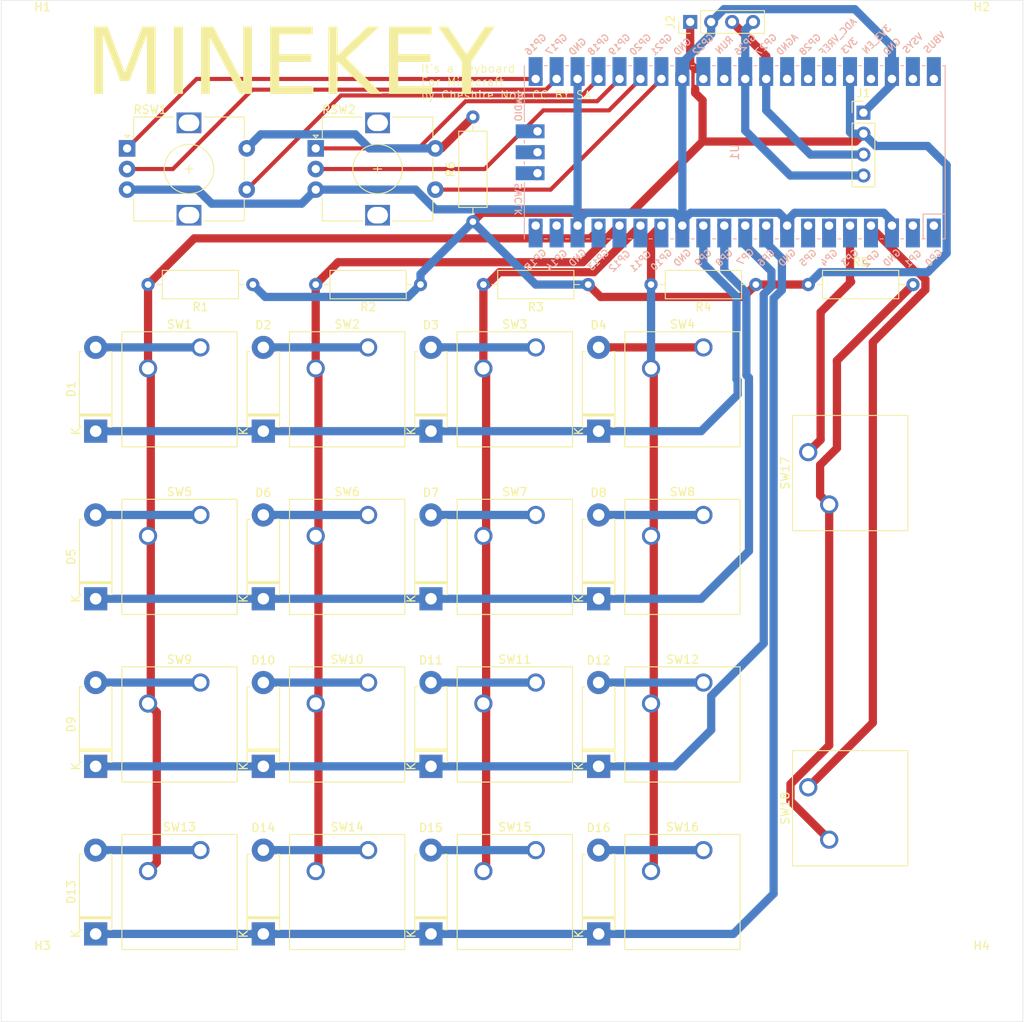
<source format=kicad_pcb>
(kicad_pcb (version 20241229) (generator "pcbnew") (generator_version "9.0")
  (layers (0 "F.Cu" signal) (2 "B.Cu" signal) (13 "F.Paste" user) (15 "B.Paste" user) (5 "F.SilkS" user "F.Silkscreen") (7 "B.SilkS" user "B.Silkscreen") (1 "F.Mask" user) (3 "B.Mask" user) (25 "Edge.Cuts" user))
  (net 0 "")
  (net 1 "Net-(D1-A)")
  (net 2 "ROW1")
  (net 3 "Net-(D2-A)")
  (net 4 "Net-(D3-A)")
  (net 5 "Net-(D4-A)")
  (net 6 "ROW2")
  (net 7 "Net-(D5-A)")
  (net 8 "Net-(D6-A)")
  (net 9 "Net-(D7-A)")
  (net 10 "Net-(D8-A)")
  (net 11 "ROW3")
  (net 12 "Net-(D9-A)")
  (net 13 "Net-(D10-A)")
  (net 14 "Net-(D11-A)")
  (net 15 "Net-(D12-A)")
  (net 16 "ROW4")
  (net 17 "Net-(D13-A)")
  (net 18 "Net-(D14-A)")
  (net 19 "Net-(D15-A)")
  (net 20 "Net-(D16-A)")
  (net 21 "+3V3")
  (net 22 "SDA")
  (net 23 "SCL")
  (net 24 "GND")
  (net 25 "COL1")
  (net 26 "COL2")
  (net 27 "COL3")
  (net 28 "COL4")
  (net 29 "Net-(R5-Pad2)")
  (net 30 "Net-(R6-Pad2)")
  (net 31 "DT1")
  (net 32 "CLK1")
  (net 33 "RSwitch1")
  (net 36 "CLK2")
  (net 37 "RSwitch2")
  (net 39 "DT2")
  (net 41 "META")
  (net 42 "SUPER")
  (footprint "Connector_PinHeader_2.54mm:PinHeader_1x04_P2.54mm_Vertical" (layer "F.Cu") (at 147 35 90)
    (property "Reference" "J2")
    (property "Value" "OLED")
  )
  (footprint "Diode_THT:D_5W_P10.16mm_Horizontal" (layer "F.Cu") (at 115.585 104.94 90)
    (property "Reference" "D7")
    (property "Value" "1N4148")
  )
  (footprint "Diode_THT:D_5W_P10.16mm_Horizontal" (layer "F.Cu") (at 135.905 145.58 90)
    (property "Reference" "D16")
    (property "Value" "1N4148")
  )
  (footprint "Button_Switch_Keyboard:SW_Cherry_MX_1.00u_PCB" (layer "F.Cu") (at 107.965 115.1)
    (property "Reference" "SW10")
    (property "Value" "Push_Button")
  )
  (footprint "Diode_THT:D_5W_P10.16mm_Horizontal" (layer "F.Cu") (at 95.265 84.62 90)
    (property "Reference" "D2")
    (property "Value" "1N4148")
  )
  (footprint "Diode_THT:D_5W_P10.16mm_Horizontal" (layer "F.Cu") (at 115.585 84.62 90)
    (property "Reference" "D3")
    (property "Value" "1N4148")
  )
  (footprint "MountingHole:MountingHole_3.2mm_M3" (layer "F.Cu") (at 182.325 151.21)
    (property "Reference" "H4")
    (property "Value" "MountingHole")
  )
  (footprint "MountingHole:MountingHole_3.2mm_M3" (layer "F.Cu") (at 68.5 151.21)
    (property "Reference" "H3")
    (property "Value" "MountingHole")
  )
  (footprint "Button_Switch_Keyboard:SW_Cherry_MX_1.00u_PCB" (layer "F.Cu") (at 107.965 135.42)
    (property "Reference" "SW14")
    (property "Value" "Push_Button")
  )
  (footprint "Button_Switch_Keyboard:SW_Cherry_MX_2.00u_PCB" (layer "F.Cu") (at 161.305 87.16 90)
    (property "Reference" "SW17")
    (property "Value" "Push_Button")
  )
  (footprint "Diode_THT:D_5W_P10.16mm_Horizontal" (layer "F.Cu") (at 135.905 104.94 90)
    (property "Reference" "D8")
    (property "Value" "1N4148")
  )
  (footprint "Button_Switch_Keyboard:SW_Cherry_MX_1.00u_PCB" (layer "F.Cu") (at 87.645 74.46)
    (property "Reference" "SW1")
    (property "Value" "Push_Button")
  )
  (footprint "Diode_THT:D_5W_P10.16mm_Horizontal" (layer "F.Cu") (at 74.945 145.58 90)
    (property "Reference" "D13")
    (property "Value" "1N4148")
  )
  (footprint "Diode_THT:D_5W_P10.16mm_Horizontal" (layer "F.Cu") (at 74.945 104.94 90)
    (property "Reference" "D5")
    (property "Value" "1N4148")
  )
  (footprint "Button_Switch_Keyboard:SW_Cherry_MX_1.00u_PCB" (layer "F.Cu") (at 128.285 94.78)
    (property "Reference" "SW7")
    (property "Value" "Push_Button")
  )
  (footprint "Diode_THT:D_5W_P10.16mm_Horizontal" (layer "F.Cu") (at 115.585 145.58 90)
    (property "Reference" "D15")
    (property "Value" "1N4148")
  )
  (footprint "Button_Switch_Keyboard:SW_Cherry_MX_1.00u_PCB" (layer "F.Cu") (at 148.605 74.46)
    (property "Reference" "SW4")
    (property "Value" "Push_Button")
  )
  (footprint "MountingHole:MountingHole_3.2mm_M3" (layer "F.Cu") (at 68.5 37.385)
    (property "Reference" "H1")
    (property "Value" "MountingHole")
  )
  (footprint "Button_Switch_Keyboard:SW_Cherry_MX_1.00u_PCB" (layer "F.Cu") (at 107.965 74.46)
    (property "Reference" "SW2")
    (property "Value" "Push_Button")
  )
  (footprint "Button_Switch_Keyboard:SW_Cherry_MX_1.00u_PCB" (layer "F.Cu") (at 128.285 74.46)
    (property "Reference" "SW3")
    (property "Value" "Push_Button")
  )
  (footprint "Rotary_Encoder:RotaryEncoder_Alps_EC12E-Switch_Vertical_H20mm" (layer "F.Cu") (at 101.615 50.33)
    (property "Reference" "RSW2")
    (property "Value" "Right Rotary")
  )
  (footprint "Rotary_Encoder:RotaryEncoder_Alps_EC12E-Switch_Vertical_H20mm" (layer "F.Cu") (at 78.755 50.33)
    (property "Reference" "RSW1")
    (property "Value" "Left Rotary")
  )
  (footprint "Diode_THT:D_5W_P10.16mm_Horizontal" (layer "F.Cu") (at 95.265 125.26 90)
    (property "Reference" "D10")
    (property "Value" "1N4148")
  )
  (footprint "MountingHole:MountingHole_3.2mm_M3" (layer "F.Cu") (at 182.325 37.385)
    (property "Reference" "H2")
    (property "Value" "MountingHole")
  )
  (footprint "Diode_THT:D_5W_P10.16mm_Horizontal" (layer "F.Cu") (at 135.905 84.62 90)
    (property "Reference" "D4")
    (property "Value" "1N4148")
  )
  (footprint "Button_Switch_Keyboard:SW_Cherry_MX_1.00u_PCB" (layer "F.Cu") (at 148.605 135.42)
    (property "Reference" "SW16")
    (property "Value" "Push_Button")
  )
  (footprint "Button_Switch_Keyboard:SW_Cherry_MX_1.00u_PCB" (layer "F.Cu") (at 87.645 135.42)
    (property "Reference" "SW13")
    (property "Value" "Push_Button")
  )
  (footprint "Resistor_THT:R_Axial_DIN0309_L9.0mm_D3.2mm_P12.70mm_Horizontal" (layer "F.Cu") (at 154.955 66.84 180)
    (property "Reference" "R4")
    (property "Value" "4.7k")
  )
  (footprint "Button_Switch_Keyboard:SW_Cherry_MX_1.00u_PCB" (layer "F.Cu") (at 128.285 135.42)
    (property "Reference" "SW15")
    (property "Value" "Push_Button")
  )
  (footprint "Diode_THT:D_5W_P10.16mm_Horizontal" (layer "F.Cu") (at 135.905 125.26 90)
    (property "Reference" "D12")
    (property "Value" "1N4148")
  )
  (footprint "Diode_THT:D_5W_P10.16mm_Horizontal" (layer "F.Cu") (at 115.585 125.26 90)
    (property "Reference" "D11")
    (property "Value" "1N4148")
  )
  (footprint "Diode_THT:D_5W_P10.16mm_Horizontal" (layer "F.Cu") (at 95.265 145.58 90)
    (property "Reference" "D14")
    (property "Value" "1N4148")
  )
  (footprint "Resistor_THT:R_Axial_DIN0309_L9.0mm_D3.2mm_P12.70mm_Horizontal" (layer "F.Cu") (at 114.315 66.84 180)
    (property "Reference" "R2")
    (property "Value" "4.7k")
  )
  (footprint "Button_Switch_Keyboard:SW_Cherry_MX_2.00u_PCB" (layer "F.Cu") (at 161.305 127.8 90)
    (property "Reference" "SW18")
    (property "Value" "Push_Button")
  )
  (footprint "Button_Switch_Keyboard:SW_Cherry_MX_1.00u_PCB" (layer "F.Cu") (at 148.605 94.78)
    (property "Reference" "SW8")
    (property "Value" "Push_Button")
  )
  (footprint "Button_Switch_Keyboard:SW_Cherry_MX_1.00u_PCB" (layer "F.Cu") (at 128.285 115.1)
    (property "Reference" "SW11")
    (property "Value" "Push_Button")
  )
  (footprint "Button_Switch_Keyboard:SW_Cherry_MX_1.00u_PCB" (layer "F.Cu") (at 87.645 94.78)
    (property "Reference" "SW5")
    (property "Value" "Push_Button")
  )
  (footprint "Resistor_THT:R_Axial_DIN0309_L9.0mm_D3.2mm_P12.70mm_Horizontal" (layer "F.Cu") (at 93.995 66.84 180)
    (property "Reference" "R1")
    (property "Value" "4.7k")
  )
  (footprint "Diode_THT:D_5W_P10.16mm_Horizontal" (layer "F.Cu") (at 74.945 84.62 90)
    (property "Reference" "D1")
    (property "Value" "1N4148")
  )
  (footprint "Button_Switch_Keyboard:SW_Cherry_MX_1.00u_PCB" (layer "F.Cu") (at 87.645 115.1)
    (property "Reference" "SW9")
    (property "Value" "Push_Button")
  )
  (footprint "Button_Switch_Keyboard:SW_Cherry_MX_1.00u_PCB" (layer "F.Cu") (at 107.965 94.78)
    (property "Reference" "SW6")
    (property "Value" "Push_Button")
  )
  (footprint "Diode_THT:D_5W_P10.16mm_Horizontal" (layer "F.Cu") (at 95.265 104.94 90)
    (property "Reference" "D6")
    (property "Value" "1N4148")
  )
  (footprint "Resistor_THT:R_Axial_DIN0309_L9.0mm_D3.2mm_P12.70mm_Horizontal" (layer "F.Cu") (at 161.305 66.84)
    (property "Reference" "R5")
    (property "Value" "4.7k")
  )
  (footprint "Connector_PinHeader_2.54mm:PinHeader_1x04_P2.54mm_Vertical" (layer "F.Cu") (at 168 46)
    (property "Reference" "J1")
    (property "Value" "OLED")
  )
  (footprint "Resistor_THT:R_Axial_DIN0309_L9.0mm_D3.2mm_P12.70mm_Horizontal" (layer "F.Cu") (at 134.635 66.84 180)
    (property "Reference" "R3")
    (property "Value" "4.7k")
  )
  (footprint "Resistor_THT:R_Axial_DIN0309_L9.0mm_D3.2mm_P12.70mm_Horizontal" (layer "F.Cu") (at 120.665 59.22 90)
    (property "Reference" "R6")
    (property "Value" "4.7k")
  )
  (footprint "Diode_THT:D_5W_P10.16mm_Horizontal" (layer "F.Cu") (at 74.945 125.26 90)
    (property "Reference" "D9")
    (property "Value" "1N4148")
  )
  (footprint "Button_Switch_Keyboard:SW_Cherry_MX_1.00u_PCB" (layer "F.Cu") (at 148.605 115.1)
    (property "Reference" "SW12")
    (property "Value" "Push_Button")
  )
  (footprint "MCU_RaspberryPi_and_Boards:RPi_Pico_SMD_TH" (layer "B.Cu") (at 152.4 50.8 90)
    (property "Reference" "U1")
    (property "Value" "Pico")
  )
  (gr_rect (start 63.5 32.385) (end 187.325 156.21) (stroke (width 0.05)) (fill no) (layer "Edge.Cuts"))
  (gr_text "It's a keyboard\nFor Minecraft\nby Cheshire Noir CC BY SA" (at 114.3 44.45 0) (layer "F.SilkS") (effects (font (size 1 1) (thickness 0.1)) (justify left bottom)))
  (gr_text "MINEKEY" (at 73.66 45.085 0) (layer "F.SilkS") (effects (font (size 8 8)) (justify left bottom)))
  (segment (start 74.945 74.46) (end 87.645 74.46) (width 1) (layer "B.Cu") (net 1))
  (segment (start 152.745 78.461168) (end 152.61 78.326168) (width 1) (layer "B.Cu") (net 2))
  (segment (start 152.61 68.313377) (end 148.59 64.293377) (width 1) (layer "B.Cu") (net 2))
  (segment (start 152.61 78.326168) (end 152.61 68.313377) (width 1) (layer "B.Cu") (net 2))
  (segment (start 152.745 80.202742) (end 152.745 78.461168) (width 1) (layer "B.Cu") (net 2))
  (segment (start 148.327742 84.62) (end 152.745 80.202742) (width 1) (layer "B.Cu") (net 2))
  (segment (start 135.905 84.62) (end 148.327742 84.62) (width 1) (layer "B.Cu") (net 2))
  (segment (start 148.59 64.293377) (end 148.59 59.69) (width 1) (layer "B.Cu") (net 2))
  (segment (start 74.945 84.62) (end 135.905 84.62) (width 1) (layer "B.Cu") (net 2))
  (segment (start 95.265 74.46) (end 107.965 74.46) (width 1) (layer "B.Cu") (net 3))
  (segment (start 115.585 74.46) (end 128.285 74.46) (width 1) (layer "B.Cu") (net 4))
  (segment (start 135.905 74.46) (end 148.605 74.46) (width 1) (layer "F.Cu") (net 5))
  (segment (start 135.905 104.94) (end 148.327742 104.94) (width 1) (layer "B.Cu") (net 6))
  (segment (start 153.81 77.829112) (end 153.81 67.816321) (width 1) (layer "B.Cu") (net 6))
  (segment (start 74.945 104.94) (end 135.905 104.94) (width 1) (layer "B.Cu") (net 6))
  (segment (start 151.13 65.136321) (end 151.13 59.69) (width 1) (layer "B.Cu") (net 6))
  (segment (start 154.121839 78.140951) (end 153.81 77.829112) (width 1) (layer "B.Cu") (net 6))
  (segment (start 154.121839 99.145903) (end 154.121839 78.140951) (width 1) (layer "B.Cu") (net 6))
  (segment (start 148.327742 104.94) (end 154.121839 99.145903) (width 1) (layer "B.Cu") (net 6))
  (segment (start 153.81 67.816321) (end 151.13 65.136321) (width 1) (layer "B.Cu") (net 6))
  (segment (start 74.945 94.78) (end 87.645 94.78) (width 1) (layer "B.Cu") (net 7))
  (segment (start 95.265 94.78) (end 107.965 94.78) (width 1) (layer "B.Cu") (net 8))
  (segment (start 115.585 94.78) (end 128.285 94.78) (width 1) (layer "B.Cu") (net 9))
  (segment (start 135.905 94.78) (end 148.605 94.78) (width 1) (layer "B.Cu") (net 10))
  (segment (start 153.67 62.05) (end 153.67 59.69) (width 1) (layer "B.Cu") (net 11))
  (segment (start 156.845 67.071321) (end 156.845 65.225) (width 1) (layer "B.Cu") (net 11))
  (segment (start 156.845 65.225) (end 153.67 62.05) (width 1) (layer "B.Cu") (net 11))
  (segment (start 149.545 116.727944) (end 155.91 110.362944) (width 1) (layer "B.Cu") (net 11))
  (segment (start 145.127742 125.26) (end 149.545 120.842742) (width 1) (layer "B.Cu") (net 11))
  (segment (start 74.945 125.26) (end 135.905 125.26) (width 1) (layer "B.Cu") (net 11))
  (segment (start 149.545 120.842742) (end 149.545 116.727944) (width 1) (layer "B.Cu") (net 11))
  (segment (start 155.91 110.362944) (end 155.91 68.006321) (width 1) (layer "B.Cu") (net 11))
  (segment (start 135.905 125.26) (end 145.127742 125.26) (width 1) (layer "B.Cu") (net 11))
  (segment (start 155.91 68.006321) (end 156.845 67.071321) (width 1) (layer "B.Cu") (net 11))
  (segment (start 74.945 115.1) (end 87.645 115.1) (width 1) (layer "B.Cu") (net 12))
  (segment (start 95.265 115.1) (end 107.965 115.1) (width 1) (layer "B.Cu") (net 13))
  (segment (start 115.585 115.1) (end 128.285 115.1) (width 1) (layer "B.Cu") (net 14))
  (segment (start 135.905 115.1) (end 148.605 115.1) (width 1) (layer "B.Cu") (net 15))
  (segment (start 135.905 145.58) (end 152.235 145.58) (width 1) (layer "B.Cu") (net 16))
  (segment (start 74.945 145.58) (end 135.905 145.58) (width 1) (layer "B.Cu") (net 16))
  (segment (start 156.21 61.77) (end 156.21 59.69) (width 1) (layer "B.Cu") (net 16))
  (segment (start 157.11 68.503377) (end 158.115 67.498377) (width 1) (layer "B.Cu") (net 16))
  (segment (start 158.115 63.675) (end 156.21 61.77) (width 1) (layer "B.Cu") (net 16))
  (segment (start 157.11 140.705) (end 157.11 68.503377) (width 1) (layer "B.Cu") (net 16))
  (segment (start 152.235 145.58) (end 157.11 140.705) (width 1) (layer "B.Cu") (net 16))
  (segment (start 158.115 67.498377) (end 158.115 63.675) (width 1) (layer "B.Cu") (net 16))
  (segment (start 74.945 135.42) (end 87.645 135.42) (width 1) (layer "B.Cu") (net 17))
  (segment (start 95.265 135.42) (end 107.965 135.42) (width 1) (layer "B.Cu") (net 18))
  (segment (start 115.585 135.42) (end 128.285 135.42) (width 1) (layer "B.Cu") (net 19))
  (segment (start 135.905 135.42) (end 148.605 135.42) (width 1) (layer "B.Cu") (net 20))
  (segment (start 121.746 58.139) (end 139.861 58.139) (width 1) (layer "F.Cu") (net 21))
  (segment (start 154.955 66.84) (end 161.305 66.84) (width 1) (layer "F.Cu") (net 21))
  (segment (start 147 35) (end 147 40.104554) (width 1) (layer "F.Cu") (net 21))
  (segment (start 147.339 42.852446) (end 147.601 43.114446) (width 0.4) (layer "F.Cu") (net 21))
  (segment (start 147 40.104554) (end 147.601 40.705554) (width 1) (layer "F.Cu") (net 21))
  (segment (start 148.5 44.5) (end 147.601 43.601) (width 1) (layer "F.Cu") (net 21))
  (segment (start 147.339 40.967554) (end 147.339 42.852446) (width 0.4) (layer "F.Cu") (net 21))
  (segment (start 134.635 66.84) (end 136.135 68.34) (width 1) (layer "F.Cu") (net 21))
  (segment (start 167.04 49.5) (end 168 48.54) (width 1) (layer "F.Cu") (net 21))
  (segment (start 153.455 68.34) (end 154.955 66.84) (width 1) (layer "F.Cu") (net 21))
  (segment (start 136.135 68.34) (end 153.455 68.34) (width 1) (layer "F.Cu") (net 21))
  (segment (start 120.665 59.22) (end 121.746 58.139) (width 1) (layer "F.Cu") (net 21))
  (segment (start 139.861 58.139) (end 148.5 49.5) (width 1) (layer "F.Cu") (net 21))
  (segment (start 148.5 49.5) (end 148.5 44.5) (width 1) (layer "F.Cu") (net 21))
  (segment (start 147.601 40.705554) (end 147.339 40.967554) (width 0.4) (layer "F.Cu") (net 21))
  (segment (start 147.601 43.601) (end 147.601 43.114446) (width 1) (layer "F.Cu") (net 21))
  (segment (start 148.5 49.5) (end 167.04 49.5) (width 1) (layer "F.Cu") (net 21))
  (segment (start 162.805 65.34) (end 175.78 65.34) (width 1) (layer "B.Cu") (net 21))
  (segment (start 120.665 59.22) (end 128.285 66.84) (width 1) (layer "B.Cu") (net 21))
  (segment (start 178.08 52.35) (end 175.768 50.038) (width 1) (layer "B.Cu") (net 21))
  (segment (start 93.995 66.84) (end 95.495 68.34) (width 1) (layer "B.Cu") (net 21))
  (segment (start 114.315 66.84) (end 114.315 65.57) (width 1) (layer "B.Cu") (net 21))
  (segment (start 169.498 50.038) (end 168 48.54) (width 1) (layer "B.Cu") (net 21))
  (segment (start 161.305 66.84) (end 162.805 65.34) (width 1) (layer "B.Cu") (net 21))
  (segment (start 166.54 48.54) (end 168 48.54) (width 1) (layer "B.Cu") (net 21))
  (segment (start 112.815 68.34) (end 114.315 66.84) (width 1) (layer "B.Cu") (net 21))
  (segment (start 95.495 68.34) (end 112.815 68.34) (width 1) (layer "B.Cu") (net 21))
  (segment (start 166.37 41.91) (end 166.37 48.37) (width 1) (layer "B.Cu") (net 21))
  (segment (start 128.285 66.84) (end 134.635 66.84) (width 1) (layer "B.Cu") (net 21))
  (segment (start 178.08 63.04) (end 178.08 52.35) (width 1) (layer "B.Cu") (net 21))
  (segment (start 175.768 50.038) (end 169.498 50.038) (width 1) (layer "B.Cu") (net 21))
  (segment (start 166.37 48.37) (end 166.54 48.54) (width 1) (layer "B.Cu") (net 21))
  (segment (start 175.78 65.34) (end 178.08 63.04) (width 1) (layer "B.Cu") (net 21))
  (segment (start 114.315 65.57) (end 120.665 59.22) (width 1) (layer "B.Cu") (net 21))
  (segment (start 153.67 48.17) (end 153.67 41.91) (width 1) (layer "B.Cu") (net 22))
  (segment (start 159.12 53.62) (end 153.67 48.17) (width 1) (layer "B.Cu") (net 22))
  (segment (start 168 53.62) (end 159.12 53.62) (width 1) (layer "B.Cu") (net 22))
  (segment (start 153.67 41.91) (end 153.67 35.95) (width 1) (layer "B.Cu") (net 22))
  (segment (start 153.67 35.95) (end 154.62 35) (width 1) (layer "B.Cu") (net 22))
  (segment (start 156.21 41.91) (end 156.21 39.13) (width 1) (layer "F.Cu") (net 23))
  (segment (start 156.21 39.13) (end 152.08 35) (width 1) (layer "F.Cu") (net 23))
  (segment (start 156.21 45.71) (end 156.21 41.91) (width 1) (layer "B.Cu") (net 23))
  (segment (start 168 51.08) (end 161.58 51.08) (width 1) (layer "B.Cu") (net 23))
  (segment (start 161.58 51.08) (end 156.21 45.71) (width 1) (layer "B.Cu") (net 23))
  (segment (start 133.35 58.42) (end 133.35 59.69) (width 1) (layer "B.Cu") (net 24))
  (segment (start 166.949 33.449) (end 171.45 37.95) (width 1) (layer "B.Cu") (net 24))
  (segment (start 149.54 36.46) (end 149.54 35) (width 1) (layer "B.Cu") (net 24))
  (segment (start 146.05 59.69) (end 146.05 59.13) (width 1) (layer "B.Cu") (net 24))
  (segment (start 146.05 41.91) (end 146.05 59.69) (width 1) (layer "B.Cu") (net 24))
  (segment (start 146.05 59.055) (end 146.05 59.69) (width 1) (layer "B.Cu") (net 24))
  (segment (start 99.915 57.03) (end 101.615 55.33) (width 1) (layer "B.Cu") (net 24))
  (segment (start 158.75 59.055) (end 158.75 59.69) (width 1) (layer "B.Cu") (net 24))
  (segment (start 170.46 58.14) (end 159.665 58.14) (width 1) (layer "B.Cu") (net 24))
  (segment (start 78.755 55.33) (end 87.305 55.33) (width 1) (layer "B.Cu") (net 24))
  (segment (start 171.45 42.55) (end 171.45 41.91) (width 1) (layer "B.Cu") (net 24))
  (segment (start 149.54 35) (end 151.091 33.449) (width 1) (layer "B.Cu") (net 24))
  (segment (start 89.005 57.03) (end 99.915 57.03) (width 1) (layer "B.Cu") (net 24))
  (segment (start 159.665 58.14) (end 158.75 59.055) (width 1) (layer "B.Cu") (net 24))
  (segment (start 133.35 59.13) (end 134.34 58.14) (width 1) (layer "B.Cu") (net 24))
  (segment (start 157.76 58.14) (end 158.75 59.13) (width 1) (layer "B.Cu") (net 24))
  (segment (start 146.05 39.95) (end 149.54 36.46) (width 1) (layer "B.Cu") (net 24))
  (segment (start 101.615 55.33) (end 113.710836 55.33) (width 1) (layer "B.Cu") (net 24))
  (segment (start 151.091 33.449) (end 166.949 33.449) (width 1) (layer "B.Cu") (net 24))
  (segment (start 147.04 58.14) (end 157.76 58.14) (width 1) (layer "B.Cu") (net 24))
  (segment (start 87.305 55.33) (end 89.005 57.03) (width 1) (layer "B.Cu") (net 24))
  (segment (start 113.710836 55.33) (end 116.100836 57.72) (width 1) (layer "B.Cu") (net 24))
  (segment (start 146.05 41.91) (end 146.05 39.95) (width 1) (layer "B.Cu") (net 24))
  (segment (start 116.100836 57.72) (end 132.65 57.72) (width 1) (layer "B.Cu") (net 24))
  (segment (start 133.35 59.69) (end 133.35 41.91) (width 1) (layer "B.Cu") (net 24))
  (segment (start 133.35 59.69) (end 133.35 59.13) (width 1) (layer "B.Cu") (net 24))
  (segment (start 146.05 59.13) (end 147.04 58.14) (width 1) (layer "B.Cu") (net 24))
  (segment (start 171.45 37.95) (end 171.45 41.91) (width 1) (layer "B.Cu") (net 24))
  (segment (start 168 46) (end 171.45 42.55) (width 1) (layer "B.Cu") (net 24))
  (segment (start 145.135 58.14) (end 146.05 59.055) (width 1) (layer "B.Cu") (net 24))
  (segment (start 171.45 59.13) (end 170.46 58.14) (width 1) (layer "B.Cu") (net 24))
  (segment (start 171.45 59.69) (end 171.45 59.13) (width 1) (layer "B.Cu") (net 24))
  (segment (start 134.34 58.14) (end 145.135 58.14) (width 1) (layer "B.Cu") (net 24))
  (segment (start 132.65 57.72) (end 133.35 58.42) (width 1) (layer "B.Cu") (net 24))
  (segment (start 158.75 59.13) (end 158.75 59.69) (width 1) (layer "B.Cu") (net 24))
  (segment (start 82.355 118.7) (end 81.295 117.64) (width 1) (layer "F.Cu") (net 25))
  (segment (start 81.295 66.84) (end 86.895 61.24) (width 1) (layer "F.Cu") (net 25))
  (segment (start 81.295 77) (end 81.625 77.33) (width 1) (layer "F.Cu") (net 25))
  (segment (start 81.625 96.99) (end 81.295 97.32) (width 1) (layer "F.Cu") (net 25))
  (segment (start 81.625 117.31) (end 81.625 97.65) (width 1) (layer "F.Cu") (net 25))
  (segment (start 81.295 137.96) (end 82.355 136.9) (width 1) (layer "F.Cu") (net 25))
  (segment (start 81.295 66.84) (end 81.295 77) (width 1) (layer "F.Cu") (net 25))
  (segment (start 134.9 61.24) (end 135.89 60.25) (width 1) (layer "F.Cu") (net 25))
  (segment (start 82.355 136.9) (end 82.355 118.7) (width 1) (layer "F.Cu") (net 25))
  (segment (start 81.625 77.33) (end 81.625 96.99) (width 1) (layer "F.Cu") (net 25))
  (segment (start 81.295 117.64) (end 81.625 117.31) (width 1) (layer "F.Cu") (net 25))
  (segment (start 86.895 61.24) (end 134.9 61.24) (width 1) (layer "F.Cu") (net 25))
  (segment (start 81.625 97.65) (end 81.295 97.32) (width 1) (layer "F.Cu") (net 25))
  (segment (start 135.89 60.25) (end 135.89 59.69) (width 1) (layer "F.Cu") (net 25))
  (segment (start 101.615 137.96) (end 101.945 137.63) (width 1) (layer "F.Cu") (net 26))
  (segment (start 101.615 77) (end 101.945 77.33) (width 1) (layer "F.Cu") (net 26))
  (segment (start 101.945 117.31) (end 101.615 117.64) (width 1) (layer "F.Cu") (net 26))
  (segment (start 101.945 77.33) (end 101.945 96.99) (width 1) (layer "F.Cu") (net 26))
  (segment (start 101.615 97.32) (end 101.945 97.65) (width 1) (layer "F.Cu") (net 26))
  (segment (start 101.945 96.99) (end 101.615 97.32) (width 1) (layer "F.Cu") (net 26))
  (segment (start 101.615 66.84) (end 104.32 64.135) (width 1) (layer "F.Cu") (net 26))
  (segment (start 101.615 66.84) (end 101.615 77) (width 1) (layer "F.Cu") (net 26))
  (segment (start 101.945 117.97) (end 101.615 117.64) (width 1) (layer "F.Cu") (net 26))
  (segment (start 101.945 137.63) (end 101.945 117.97) (width 1) (layer "F.Cu") (net 26))
  (segment (start 133.985 64.135) (end 138.43 59.69) (width 1) (layer "F.Cu") (net 26))
  (segment (start 101.945 97.65) (end 101.945 117.31) (width 1) (layer "F.Cu") (net 26))
  (segment (start 104.32 64.135) (end 133.985 64.135) (width 1) (layer "F.Cu") (net 26))
  (segment (start 123.89 65.34) (end 135.32 65.34) (width 1) (layer "F.Cu") (net 27))
  (segment (start 122.265 117.31) (end 122.265 97.65) (width 1) (layer "F.Cu") (net 27))
  (segment (start 121.935 117.64) (end 122.265 117.31) (width 1) (layer "F.Cu") (net 27))
  (segment (start 122.265 117.97) (end 121.935 117.64) (width 1) (layer "F.Cu") (net 27))
  (segment (start 121.935 66.84) (end 122.39 66.84) (width 1) (layer "F.Cu") (net 27))
  (segment (start 122.39 66.84) (end 123.89 65.34) (width 1) (layer "F.Cu") (net 27))
  (segment (start 122.265 137.63) (end 122.265 117.97) (width 1) (layer "F.Cu") (net 27))
  (segment (start 122.265 97.65) (end 121.935 97.32) (width 1) (layer "F.Cu") (net 27))
  (segment (start 121.935 77) (end 122.265 77.33) (width 1) (layer "F.Cu") (net 27))
  (segment (start 121.935 66.84) (end 121.935 77) (width 1) (layer "F.Cu") (net 27))
  (segment (start 135.32 65.34) (end 140.97 59.69) (width 1) (layer "F.Cu") (net 27))
  (segment (start 122.265 77.33) (end 122.265 96.99) (width 1) (layer "F.Cu") (net 27))
  (segment (start 122.265 96.99) (end 121.935 97.32) (width 1) (layer "F.Cu") (net 27))
  (segment (start 121.935 137.96) (end 122.265 137.63) (width 1) (layer "F.Cu") (net 27))
  (segment (start 142.255 66.84) (end 142.255 60.945) (width 1) (layer "F.Cu") (net 28))
  (segment (start 142.585 77.33) (end 142.585 96.99) (width 1) (layer "F.Cu") (net 28))
  (segment (start 142.255 77) (end 142.585 77.33) (width 1) (layer "F.Cu") (net 28))
  (segment (start 142.255 137.96) (end 142.585 137.63) (width 1) (layer "F.Cu") (net 28))
  (segment (start 142.585 96.99) (end 142.255 97.32) (width 1) (layer "F.Cu") (net 28))
  (segment (start 142.585 137.63) (end 142.585 117.97) (width 1) (layer "F.Cu") (net 28))
  (segment (start 142.255 60.945) (end 143.51 59.69) (width 1) (layer "F.Cu") (net 28))
  (segment (start 142.255 117.64) (end 142.585 117.31) (width 1) (layer "F.Cu") (net 28))
  (segment (start 142.585 117.97) (end 142.255 117.64) (width 1) (layer "F.Cu") (net 28))
  (segment (start 142.585 117.31) (end 142.585 97.65) (width 1) (layer "F.Cu") (net 28))
  (segment (start 142.585 97.65) (end 142.255 97.32) (width 1) (layer "F.Cu") (net 28))
  (segment (start 142.255 77) (end 142.255 66.84) (width 1) (layer "B.Cu") (net 28))
  (segment (start 162.745001 88.714999) (end 164.785 86.675) (width 1) (layer "F.Cu") (net 29))
  (segment (start 164.785 76.06) (end 174.005 66.84) (width 1) (layer "F.Cu") (net 29))
  (segment (start 162.745001 92.410001) (end 162.745001 88.714999) (width 1) (layer "F.Cu") (net 29))
  (segment (start 164.785 86.675) (end 164.785 76.06) (width 1) (layer "F.Cu") (net 29))
  (segment (start 159.154708 127.404708) (end 159.154708 129.459708) (width 1) (layer "F.Cu") (net 29))
  (segment (start 163.845 122.714415) (end 159.472208 127.087208) (width 1) (layer "F.Cu") (net 29))
  (segment (start 159.154708 129.459708) (end 163.845 134.15) (width 1) (layer "F.Cu") (net 29))
  (segment (start 159.472208 127.087208) (end 159.154708 127.404708) (width 1) (layer "F.Cu") (net 29))
  (segment (start 163.845 93.51) (end 163.845 122.714415) (width 1) (layer "F.Cu") (net 29))
  (segment (start 163.845 93.51) (end 162.745001 92.410001) (width 1) (layer "F.Cu") (net 29))
  (segment (start 116.115 50.33) (end 116.855 50.33) (width 1) (layer "F.Cu") (net 30))
  (segment (start 116.855 50.33) (end 120.665 46.52) (width 1) (layer "F.Cu") (net 30))
  (segment (start 94.955 48.63) (end 106.415 48.63) (width 1) (layer "B.Cu") (net 30))
  (segment (start 108.115 50.33) (end 116.115 50.33) (width 1) (layer "B.Cu") (net 30))
  (segment (start 93.255 50.33) (end 94.955 48.63) (width 1) (layer "B.Cu") (net 30))
  (segment (start 106.415 48.63) (end 108.115 50.33) (width 1) (layer "B.Cu") (net 30))
  (segment (start 78.755 50.33) (end 87.175 41.91) (width 0.5) (layer "F.Cu") (net 31))
  (segment (start 87.175 41.91) (end 128.27 41.91) (width 0.5) (layer "F.Cu") (net 31))
  (segment (start 93.925 43.21) (end 129.51 43.21) (width 0.5) (layer "F.Cu") (net 32))
  (segment (start 129.51 43.21) (end 130.81 41.91) (width 0.5) (layer "F.Cu") (net 32))
  (segment (start 78.755 52.83) (end 84.305 52.83) (width 0.5) (layer "F.Cu") (net 32))
  (segment (start 84.305 52.83) (end 93.925 43.21) (width 0.5) (layer "F.Cu") (net 32))
  (segment (start 133.89 43.91) (end 135.89 41.91) (width 0.5) (layer "F.Cu") (net 33))
  (segment (start 104.675 43.91) (end 133.89 43.91) (width 0.5) (layer "F.Cu") (net 33))
  (segment (start 93.255 55.33) (end 104.675 43.91) (width 0.5) (layer "F.Cu") (net 33))
  (segment (start 101.615 52.83) (end 122.091522 52.83) (width 0.5) (layer "F.Cu") (net 36))
  (segment (start 129.201522 45.72) (end 137.16 45.72) (width 0.5) (layer "F.Cu") (net 36))
  (segment (start 122.091522 52.83) (end 129.201522 45.72) (width 0.5) (layer "F.Cu") (net 36))
  (segment (start 137.16 45.72) (end 140.97 41.91) (width 0.5) (layer "F.Cu") (net 36))
  (segment (start 116.115 55.33) (end 130.09 55.33) (width 0.5) (layer "F.Cu") (net 37))
  (segment (start 130.09 55.33) (end 143.51 41.91) (width 0.5) (layer "F.Cu") (net 37))
  (segment (start 114.06439 50.33) (end 119.78439 44.61) (width 0.5) (layer "F.Cu") (net 39))
  (segment (start 101.615 50.33) (end 114.06439 50.33) (width 0.5) (layer "F.Cu") (net 39))
  (segment (start 135.73 44.61) (end 138.43 41.91) (width 0.5) (layer "F.Cu") (net 39))
  (segment (start 119.78439 44.61) (end 135.73 44.61) (width 0.5) (layer "F.Cu") (net 39))
  (segment (start 162.806 85.659) (end 162.806 70.194) (width 1) (layer "F.Cu") (net 41))
  (segment (start 162.806 70.194) (end 166.5 66.5) (width 1) (layer "F.Cu") (net 41))
  (segment (start 161.305 87.16) (end 162.806 85.659) (width 1) (layer "F.Cu") (net 41))
  (segment (start 166.5 66.5) (end 166.37 66.37) (width 1) (layer "F.Cu") (net 41))
  (segment (start 166.37 66.37) (end 166.37 59.69) (width 1) (layer "F.Cu") (net 41))
  (segment (start 168.91 59.69) (end 168.91 59.91) (width 1) (layer "F.Cu") (net 42))
  (segment (start 175.506 67.461735) (end 169.136 73.831735) (width 1) (layer "F.Cu") (net 42))
  (segment (start 169.136 73.831735) (end 169.136 119.969) (width 1) (layer "F.Cu") (net 42))
  (segment (start 174.626735 65.339) (end 175.506 66.218265) (width 1) (layer "F.Cu") (net 42))
  (segment (start 175.506 66.218265) (end 175.506 67.461735) (width 1) (layer "F.Cu") (net 42))
  (segment (start 169.136 119.969) (end 161.305 127.8) (width 1) (layer "F.Cu") (net 42))
  (segment (start 168.91 59.91) (end 174.339 65.339) (width 1) (layer "F.Cu") (net 42))
  (segment (start 174.339 65.339) (end 174.626735 65.339) (width 1) (layer "F.Cu") (net 42))
)
</source>
